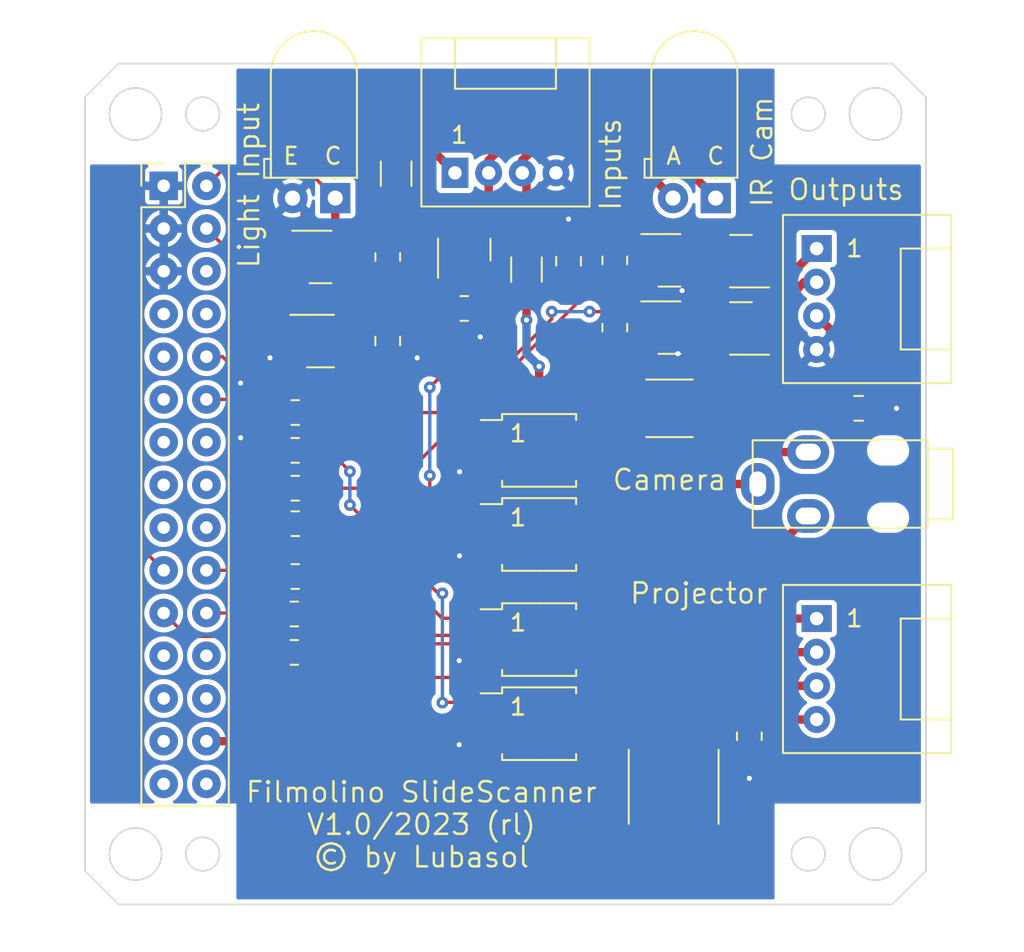
<source format=kicad_pcb>
(kicad_pcb (version 20211014) (generator pcbnew)
  (layers (0 "F.Cu" signal) (31 "B.Cu" signal) (34 "B.Paste" user) (35 "F.Paste" user) (36 "B.SilkS" user "B.Silkscreen") (37 "F.SilkS" user "F.Silkscreen") (38 "B.Mask" user) (39 "F.Mask" user) (44 "Edge.Cuts" user))
  (net 0 "")
  (net 1 "+5V")
  (net 2 "GND")
  (net 3 "+3V3")
  (net 4 "Net-(D3-Pad1)")
  (net 5 "Net-(D3-Pad2)")
  (net 7 "/OPTO_ADC")
  (net 8 "Net-(F2-Pad1)")
  (net 9 "Net-(F2-Pad2)")
  (net 10 "Net-(J1-Pad1)")
  (net 11 "Net-(J1-Pad2)")
  (net 12 "Net-(J1-Pad4)")
  (net 18 "Net-(D1-Pad1)")
  (net 24 "Net-(D2-Pad1)")
  (net 25 "/SLIDE_LAST_K1")
  (net 26 "/OPTO_IO")
  (net 27 "/CAM_IR")
  (net 31 "/SLIDE_NEXT_K2")
  (net 37 "Net-(J4-PadR)")
  (net 38 "Net-(J4-PadS)")
  (net 39 "Net-(J4-PadT)")
  (net 40 "Net-(Q1-Pad1)")
  (net 41 "Net-(Q2-Pad1)")
  (net 42 "Net-(Q3-Pad1)")
  (net 43 "Net-(J5-Pad1)")
  (net 44 "Net-(R1-Pad2)")
  (net 45 "Net-(R3-Pad2)")
  (net 46 "/CAM_FOCUS")
  (net 47 "Net-(R6-Pad2)")
  (net 48 "/CAM_SHUTTER")
  (net 49 "Net-(R7-Pad2)")
  (net 53 "Net-(C1-Pad1)")
  (footprint "Package_TO_SOT_SMD:SOT-23" (layer "F.Cu") (at 112.55 101.0625 90)
    (fp_text reference "Q3")
    (fp_text value "BSS138")
    (pad "1" smd roundrect (at -0.9375 -0.95 90) (size 1.475 0.6) (layers "F.Cu" "F.Paste" "F.Mask") (net 42 "Net-(Q3-Pad1)"))
    (pad "2" smd roundrect (at -0.9375 0.95 90) (size 1.475 0.6) (layers "F.Cu" "F.Paste" "F.Mask") (net 2 "GND"))
    (pad "3" smd roundrect (at 0.9375 0 90) (size 1.475 0.6) (layers "F.Cu" "F.Paste" "F.Mask") (net 4 "Net-(D3-Pad1)"))
  )
  (footprint "Package_TO_SOT_SMD:SOT-23" (layer "F.Cu") (at 129 101.75 180)
    (fp_text reference "D1")
    (fp_text value "BAS21")
    (pad "1" smd roundrect (at -0.9375 -0.95 180) (size 1.475 0.6) (layers "F.Cu" "F.Paste" "F.Mask") (net 18 "Net-(D1-Pad1)"))
    (pad "2" smd roundrect (at -0.9375 0.95 180) (size 1.475 0.6) (layers "F.Cu" "F.Paste" "F.Mask"))
    (pad "3" smd roundrect (at 0.9375 0 180) (size 1.475 0.6) (layers "F.Cu" "F.Paste" "F.Mask") (net 1 "+5V"))
  )
  (footprint "Lubasol:SOP-4_4.4x4.3mm_P2.54mm" (layer "F.Cu") (at 117 113)
    (fp_text reference "U3")
    (fp_text value "AQY212SX (550mA)")
    (pad "1" smd roundrect (at -3 -1.27) (size 1.45 0.8) (layers "F.Cu" "F.Paste" "F.Mask") (net 47 "Net-(R6-Pad2)"))
    (pad "2" smd roundrect (at -3 1.27) (size 1.45 0.8) (layers "F.Cu" "F.Paste" "F.Mask") (net 2 "GND"))
    (pad "3" smd roundrect (at 3 1.27) (size 1.45 0.8) (layers "F.Cu" "F.Paste" "F.Mask") (net 37 "Net-(J4-PadR)"))
    (pad "4" smd roundrect (at 3 -1.27) (size 1.45 0.8) (layers "F.Cu" "F.Paste" "F.Mask") (net 38 "Net-(J4-PadS)"))
  )
  (footprint "Lubasol:SOP-4_4.4x4.3mm_P2.54mm" (layer "F.Cu") (at 117 129.25)
    (fp_text reference "U2")
    (fp_text value "AQY212GSZ")
    (pad "1" smd roundrect (at -3 -1.27) (size 1.45 0.8) (layers "F.Cu" "F.Paste" "F.Mask") (net 45 "Net-(R3-Pad2)"))
    (pad "2" smd roundrect (at -3 1.27) (size 1.45 0.8) (layers "F.Cu" "F.Paste" "F.Mask") (net 2 "GND"))
    (pad "3" smd roundrect (at 3 1.27) (size 1.45 0.8) (layers "F.Cu" "F.Paste" "F.Mask") (net 8 "Net-(F2-Pad1)"))
    (pad "4" smd roundrect (at 3 -1.27) (size 1.45 0.8) (layers "F.Cu" "F.Paste" "F.Mask") (net 11 "Net-(J1-Pad2)"))
  )
  (footprint "Resistor_SMD:R_0805_2012Metric_Pad1.20x1.40mm_HandSolder" (layer "F.Cu") (at 121.5 105.7 -90)
    (fp_text reference "R9")
    (fp_text value "1M")
    (pad "1" smd roundrect (at -1 0 270) (size 1.2 1.4) (layers "F.Cu" "F.Paste" "F.Mask") (roundrect_rratio 0.208333) (net 41 "Net-(Q2-Pad1)"))
    (pad "2" smd roundrect (at 1 0 270) (size 1.2 1.4) (layers "F.Cu" "F.Paste" "F.Mask") (roundrect_rratio 0.208333) (net 2 "GND"))
  )
  (footprint "Lubasol:SOP-4_4.4x4.3mm_P2.54mm" (layer "F.Cu") (at 117 124.25)
    (fp_text reference "U1")
    (fp_text value "AQY212GSZ")
    (pad "1" smd roundrect (at -3 -1.27) (size 1.45 0.8) (layers "F.Cu" "F.Paste" "F.Mask") (net 44 "Net-(R1-Pad2)"))
    (pad "2" smd roundrect (at -3 1.27) (size 1.45 0.8) (layers "F.Cu" "F.Paste" "F.Mask") (net 2 "GND"))
    (pad "3" smd roundrect (at 3 1.27) (size 1.45 0.8) (layers "F.Cu" "F.Paste" "F.Mask") (net 8 "Net-(F2-Pad1)"))
    (pad "4" smd roundrect (at 3 -1.27) (size 1.45 0.8) (layers "F.Cu" "F.Paste" "F.Mask") (net 10 "Net-(J1-Pad1)"))
  )
  (footprint "Lubasol:BelFuse_0ZCG_Metric_Pad1.78x3.50mm" (layer "F.Cu") (at 124.75 110.5 180)
    (fp_text reference "F1")
    (fp_text value "0ZCG0020AF2C")
    (pad "1" smd roundrect (at -2.615 0 180) (size 1.78 3.5) (layers "F.Cu" "F.Paste" "F.Mask") (roundrect_rratio 0.192308) (net 53 "Net-(C1-Pad1)"))
    (pad "2" smd roundrect (at 2.615 0 180) (size 1.78 3.5) (layers "F.Cu" "F.Paste" "F.Mask") (roundrect_rratio 0.192308) (net 1 "+5V"))
  )
  (footprint "Resistor_SMD:R_0805_2012Metric_Pad1.20x1.40mm_HandSolder" (layer "F.Cu") (at 108 101.5 90)
    (fp_text reference "R12")
    (fp_text value "R")
    (pad "1" smd roundrect (at -1 0 90) (size 1.2 1.4) (layers "F.Cu" "F.Paste" "F.Mask") (roundrect_rratio 0.208333) (net 3 "+3V3"))
    (pad "2" smd roundrect (at 1 0 90) (size 1.2 1.4) (layers "F.Cu" "F.Paste" "F.Mask") (roundrect_rratio 0.208333) (net 7 "/OPTO_ADC"))
  )
  (footprint "Lubasol:Jack_2.5mm_Lumberg_1501_04" (layer "F.Cu") (at 140 115 -90)
    (fp_text reference "J4")
    (fp_text value "AudioJack3")
    (pad "" np_thru_hole oval (at -2 2.25 180) (size 1.9 1.2) (drill oval 1.9 1.2) (layers *.Cu *.Mask))
    (pad "" np_thru_hole oval (at 2 2.25 180) (size 1.9 1.2) (drill oval 1.9 1.2) (layers *.Cu *.Mask))
    (pad "R" thru_hole oval (at -1.9 7 180) (size 2.5 2) (drill oval 1.5 1) (layers *.Cu *.Mask) (net 37 "Net-(J4-PadR)"))
    (pad "S" thru_hole oval (at 0 10 270) (size 2.5 2) (drill oval 1.5 1) (layers *.Cu *.Mask) (net 38 "Net-(J4-PadS)"))
    (pad "T" thru_hole oval (at 1.9 7 180) (size 2.5 2) (drill oval 1.5 1) (layers *.Cu *.Mask) (net 39 "Net-(J4-PadT)"))
  )
  (footprint "Resistor_SMD:R_0805_2012Metric_Pad1.20x1.40mm_HandSolder" (layer "F.Cu") (at 121.5 101.7 -90)
    (fp_text reference "R5")
    (fp_text value "1M")
    (pad "1" smd roundrect (at -1 0 270) (size 1.2 1.4) (layers "F.Cu" "F.Paste" "F.Mask") (roundrect_rratio 0.208333) (net 40 "Net-(Q1-Pad1)"))
    (pad "2" smd roundrect (at 1 0 270) (size 1.2 1.4) (layers "F.Cu" "F.Paste" "F.Mask") (roundrect_rratio 0.208333) (net 2 "GND"))
  )
  (footprint "Package_TO_SOT_SMD:SOT-23" (layer "F.Cu") (at 104 101.5)
    (fp_text reference "D4")
    (fp_text value "BZX84C3V6")
    (pad "1" smd roundrect (at -0.9375 -0.95) (size 1.475 0.6) (layers "F.Cu" "F.Paste" "F.Mask") (net 2 "GND"))
    (pad "2" smd roundrect (at -0.9375 0.95) (size 1.475 0.6) (layers "F.Cu" "F.Paste" "F.Mask"))
    (pad "3" smd roundrect (at 0.9375 0) (size 1.475 0.6) (layers "F.Cu" "F.Paste" "F.Mask") (net 7 "/OPTO_ADC"))
  )
  (footprint "Package_TO_SOT_SMD:SOT-23" (layer "F.Cu") (at 129 105.75 180)
    (fp_text reference "D2")
    (fp_text value "BAS21")
    (pad "1" smd roundrect (at -0.9375 -0.95 180) (size 1.475 0.6) (layers "F.Cu" "F.Paste" "F.Mask") (net 24 "Net-(D2-Pad1)"))
    (pad "2" smd roundrect (at -0.9375 0.95 180) (size 1.475 0.6) (layers "F.Cu" "F.Paste" "F.Mask"))
    (pad "3" smd roundrect (at 0.9375 0 180) (size 1.475 0.6) (layers "F.Cu" "F.Paste" "F.Mask") (net 1 "+5V"))
  )
  (footprint "Lubasol:Grove_Con_1x04_2mm_horizontal" (layer "F.Cu") (at 133.5 104 90)
    (fp_text reference "J2")
    (fp_text value "Grove 90°")
    (pad "1" thru_hole rect (at 3 0 90) (size 1.6 1.8) (drill 0.8) (layers *.Cu *.Mask) (net 18 "Net-(D1-Pad1)"))
    (pad "2" thru_hole circle (at 1 0 90) (size 1.6 1.6) (drill 0.8) (layers *.Cu *.Mask) (net 24 "Net-(D2-Pad1)"))
    (pad "3" thru_hole circle (at -1 0 90) (size 1.6 1.6) (drill 0.8) (layers *.Cu *.Mask) (net 53 "Net-(C1-Pad1)"))
    (pad "4" thru_hole circle (at -3 0 90) (size 1.6 1.6) (drill 0.8) (layers *.Cu *.Mask) (net 2 "GND"))
  )
  (footprint "Lubasol:PinHeader_2x15_P2.54mm_Holes0.75mm_Vertical" (layer "F.Cu") (at 94.68 97.27)
    (fp_text reference "J3")
    (fp_text value "Conn_02x15_Odd_Even")
    (pad "1" thru_hole rect locked (at 0 0) (size 1.7 1.7) (drill 0.75) (layers *.Cu *.Mask) (net 2 "GND"))
    (pad "2" thru_hole oval locked (at 2.54 0) (size 1.7 1.7) (drill 0.75) (layers *.Cu *.Mask) (net 7 "/OPTO_ADC"))
    (pad "3" thru_hole oval locked (at 0 2.54) (size 1.7 1.7) (drill 0.75) (layers *.Cu *.Mask) (net 2 "GND"))
    (pad "4" thru_hole oval locked (at 2.54 2.54) (size 1.7 1.7) (drill 0.75) (layers *.Cu *.Mask) (net 26 "/OPTO_IO"))
    (pad "5" thru_hole oval locked (at 0 5.08) (size 1.7 1.7) (drill 0.75) (layers *.Cu *.Mask) (net 2 "GND"))
    (pad "6" thru_hole oval locked (at 2.54 5.08) (size 1.7 1.7) (drill 0.75) (layers *.Cu *.Mask))
    (pad "7" thru_hole oval locked (at 0 7.62) (size 1.7 1.7) (drill 0.75) (layers *.Cu *.Mask))
    (pad "8" thru_hole oval locked (at 2.54 7.62) (size 1.7 1.7) (drill 0.75) (layers *.Cu *.Mask))
    (pad "9" thru_hole oval locked (at 0 10.16) (size 1.7 1.7) (drill 0.75) (layers *.Cu *.Mask))
    (pad "10" thru_hole oval locked (at 2.54 10.16) (size 1.7 1.7) (drill 0.75) (layers *.Cu *.Mask) (net 25 "/SLIDE_LAST_K1"))
    (pad "11" thru_hole oval locked (at 0 12.7) (size 1.7 1.7) (drill 0.75) (layers *.Cu *.Mask))
    (pad "12" thru_hole oval locked (at 2.54 12.7) (size 1.7 1.7) (drill 0.75) (layers *.Cu *.Mask) (net 3 "+3V3"))
    (pad "13" thru_hole oval locked (at 0 15.24) (size 1.7 1.7) (drill 0.75) (layers *.Cu *.Mask))
    (pad "14" thru_hole oval locked (at 2.54 15.24) (size 1.7 1.7) (drill 0.75) (layers *.Cu *.Mask))
    (pad "15" thru_hole oval locked (at 0 17.78) (size 1.7 1.7) (drill 0.75) (layers *.Cu *.Mask))
    (pad "16" thru_hole oval locked (at 2.54 17.78) (size 1.7 1.7) (drill 0.75) (layers *.Cu *.Mask))
    (pad "17" thru_hole oval locked (at 0 20.32) (size 1.7 1.7) (drill 0.75) (layers *.Cu *.Mask))
    (pad "18" thru_hole oval locked (at 2.54 20.32) (size 1.7 1.7) (drill 0.75) (layers *.Cu *.Mask))
    (pad "19" thru_hole oval locked (at 0 22.86) (size 1.7 1.7) (drill 0.75) (layers *.Cu *.Mask) (net 31 "/SLIDE_NEXT_K2"))
    (pad "20" thru_hole oval locked (at 2.54 22.86) (size 1.7 1.7) (drill 0.75) (layers *.Cu *.Mask) (net 27 "/CAM_IR"))
    (pad "21" thru_hole oval locked (at 0 25.4) (size 1.7 1.7) (drill 0.75) (layers *.Cu *.Mask) (net 48 "/CAM_SHUTTER"))
    (pad "22" thru_hole oval locked (at 2.54 25.4) (size 1.7 1.7) (drill 0.75) (layers *.Cu *.Mask) (net 46 "/CAM_FOCUS"))
    (pad "23" thru_hole oval locked (at 0 27.94) (size 1.7 1.7) (drill 0.75) (layers *.Cu *.Mask))
    (pad "24" thru_hole oval locked (at 2.54 27.94) (size 1.7 1.7) (drill 0.75) (layers *.Cu *.Mask))
    (pad "25" thru_hole oval locked (at 0 30.48) (size 1.7 1.7) (drill 0.75) (layers *.Cu *.Mask))
    (pad "26" thru_hole oval locked (at 2.54 30.48) (size 1.7 1.7) (drill 0.75) (layers *.Cu *.Mask))
    (pad "27" thru_hole oval locked (at 0 33.02) (size 1.7 1.7) (drill 0.75) (layers *.Cu *.Mask))
    (pad "28" thru_hole oval locked (at 2.54 33.02) (size 1.7 1.7) (drill 0.75) (layers *.Cu *.Mask) (net 1 "+5V"))
    (pad "29" thru_hole oval locked (at 0 35.56) (size 1.7 1.7) (drill 0.75) (layers *.Cu *.Mask))
    (pad "30" thru_hole oval locked (at 2.54 35.56) (size 1.7 1.7) (drill 0.75) (layers *.Cu *.Mask))
  )
  (footprint "Package_TO_SOT_SMD:SOT-23-5" (layer "F.Cu") (at 104 106.5)
    (fp_text reference "U5")
    (fp_text value "SN74LVC1G14DBV")
    (pad "1" smd roundrect (at -1.1375 -0.95) (size 1.325 0.6) (layers "F.Cu" "F.Paste" "F.Mask"))
    (pad "2" smd roundrect (at -1.1375 0) (size 1.325 0.6) (layers "F.Cu" "F.Paste" "F.Mask") (net 7 "/OPTO_ADC"))
    (pad "3" smd roundrect (at -1.1375 0.95) (size 1.325 0.6) (layers "F.Cu" "F.Paste" "F.Mask") (net 2 "GND"))
    (pad "4" smd roundrect (at 1.1375 0.95) (size 1.325 0.6) (layers "F.Cu" "F.Paste" "F.Mask") (net 26 "/OPTO_IO"))
    (pad "5" smd roundrect (at 1.1375 -0.95) (size 1.325 0.6) (layers "F.Cu" "F.Paste" "F.Mask") (net 3 "+3V3"))
  )
  (footprint "Lubasol:Grove_Con_1x04_2mm_horizontal" (layer "F.Cu") (at 133.5 126 90)
    (fp_text reference "J1")
    (fp_text value "Grove 90°")
    (pad "1" thru_hole rect (at 3 0 90) (size 1.6 1.8) (drill 0.8) (layers *.Cu *.Mask) (net 10 "Net-(J1-Pad1)"))
    (pad "2" thru_hole circle (at 1 0 90) (size 1.6 1.6) (drill 0.8) (layers *.Cu *.Mask) (net 11 "Net-(J1-Pad2)"))
    (pad "3" thru_hole circle (at -1 0 90) (size 1.6 1.6) (drill 0.8) (layers *.Cu *.Mask) (net 9 "Net-(F2-Pad2)"))
    (pad "4" thru_hole circle (at -3 0 90) (size 1.6 1.6) (drill 0.8) (layers *.Cu *.Mask) (net 12 "Net-(J1-Pad4)"))
  )
  (footprint "Lubasol:Grove_Con_1x04_2mm_horizontal" (layer "F.Cu") (at 115 96.5 180)
    (fp_text reference "J5")
    (fp_text value "Grove 90°")
    (pad "1" thru_hole rect (at 3 0 180) (size 1.6 1.8) (drill 0.8) (layers *.Cu *.Mask) (net 43 "Net-(J5-Pad1)"))
    (pad "2" thru_hole circle (at 1 0 180) (size 1.6 1.6) (drill 0.8) (layers *.Cu *.Mask) (net 4 "Net-(D3-Pad1)"))
    (pad "3" thru_hole circle (at -1 0 180) (size 1.6 1.6) (drill 0.8) (layers *.Cu *.Mask) (net 5 "Net-(D3-Pad2)"))
    (pad "4" thru_hole circle (at -3 0 180) (size 1.6 1.6) (drill 0.8) (layers *.Cu *.Mask) (net 2 "GND"))
  )
  (footprint "Resistor_SMD:R_0805_2012Metric_Pad1.20x1.40mm_HandSolder" (layer "F.Cu") (at 102.5 115.25)
    (fp_text reference "R4")
    (fp_text value "10k")
    (pad "1" smd roundrect (at -1 0) (size 1.2 1.4) (layers "F.Cu" "F.Paste" "F.Mask") (roundrect_rratio 0.208333) (net 25 "/SLIDE_LAST_K1"))
    (pad "2" smd roundrect (at 1 0) (size 1.2 1.4) (layers "F.Cu" "F.Paste" "F.Mask") (roundrect_rratio 0.208333) (net 40 "Net-(Q1-Pad1)"))
  )
  (footprint "Resistor_SMD:R_0805_2012Metric_Pad1.20x1.40mm_HandSolder" (layer "F.Cu") (at 102.5 120.5)
    (fp_text reference "R11")
    (fp_text value "10k")
    (pad "1" smd roundrect (at -1 0) (size 1.2 1.4) (layers "F.Cu" "F.Paste" "F.Mask") (roundrect_rratio 0.208333) (net 27 "/CAM_IR"))
    (pad "2" smd roundrect (at 1 0) (size 1.2 1.4) (layers "F.Cu" "F.Paste" "F.Mask") (roundrect_rratio 0.208333) (net 42 "Net-(Q3-Pad1)"))
  )
  (footprint "Capacitor_SMD:C_0805_2012Metric_Pad1.18x1.45mm_HandSolder" (layer "F.Cu") (at 118.75 101.75 90)
    (fp_text reference "C2")
    (fp_text value "10u/10V")
    (pad "1" smd roundrect (at -1.0375 0 90) (size 1.175 1.45) (layers "F.Cu" "F.Paste" "F.Mask") (roundrect_rratio 0.212766) (net 1 "+5V"))
    (pad "2" smd roundrect (at 1.0375 0 90) (size 1.175 1.45) (layers "F.Cu" "F.Paste" "F.Mask") (roundrect_rratio 0.212766) (net 2 "GND"))
  )
  (footprint "LED_THT:LED_D5.0mm_Horizontal_O1.27mm_Z3.0mm" (layer "F.Cu") (at 127.5 98 180)
    (fp_text reference "D3")
    (fp_text value "SFH4544")
    (pad "1" thru_hole rect (at 0 0 180) (size 1.8 1.8) (drill 0.9) (layers *.Cu *.Mask) (net 4 "Net-(D3-Pad1)"))
    (pad "2" thru_hole circle (at 2.54 0 180) (size 1.8 1.8) (drill 0.9) (layers *.Cu *.Mask) (net 5 "Net-(D3-Pad2)"))
  )
  (footprint "Resistor_SMD:R_0805_2012Metric_Pad1.20x1.40mm_HandSolder" (layer "F.Cu") (at 102.5 110.75)
    (fp_text reference "R8")
    (fp_text value "10k")
    (pad "1" smd roundrect (at -1 0) (size 1.2 1.4) (layers "F.Cu" "F.Paste" "F.Mask") (roundrect_rratio 0.208333) (net 31 "/SLIDE_NEXT_K2"))
    (pad "2" smd roundrect (at 1 0) (size 1.2 1.4) (layers "F.Cu" "F.Paste" "F.Mask") (roundrect_rratio 0.208333) (net 41 "Net-(Q2-Pad1)"))
  )
  (footprint "Lubasol:BelFuse_0ZCF_Metric_Pad2.30x5.60mm" (layer "F.Cu") (at 125 133 90)
    (fp_text reference "F2")
    (fp_text value "0ZCF0075AF2C")
    (pad "1" smd roundrect (at -3.7 0 90) (size 2.3 5.6) (layers "F.Cu" "F.Paste" "F.Mask") (roundrect_rratio 0.12987) (net 8 "Net-(F2-Pad1)"))
    (pad "2" smd roundrect (at 3.7 0 90) (size 2.3 5.6) (layers "F.Cu" "F.Paste" "F.Mask") (roundrect_rratio 0.12987) (net 9 "Net-(F2-Pad2)"))
  )
  (footprint "Resistor_SMD:R_0805_2012Metric_Pad1.20x1.40mm_HandSolder" (layer "F.Cu") (at 102.5 117.358)
    (fp_text reference "R1")
    (fp_text value "180R")
    (pad "1" smd roundrect (at -1 0) (size 1.2 1.4) (layers "F.Cu" "F.Paste" "F.Mask") (roundrect_rratio 0.208333) (net 25 "/SLIDE_LAST_K1"))
    (pad "2" smd roundrect (at 1 0) (size 1.2 1.4) (layers "F.Cu" "F.Paste" "F.Mask") (roundrect_rratio 0.208333) (net 44 "Net-(R1-Pad2)"))
  )
  (footprint "Resistor_SMD:R_0805_2012Metric_Pad1.20x1.40mm_HandSolder" (layer "F.Cu") (at 129.5 130 -90)
    (fp_text reference "R2")
    (fp_text value "0R")
    (pad "1" smd roundrect (at -1 0 270) (size 1.2 1.4) (layers "F.Cu" "F.Paste" "F.Mask") (roundrect_rratio 0.208333) (net 12 "Net-(J1-Pad4)"))
    (pad "2" smd roundrect (at 1 0 270) (size 1.2 1.4) (layers "F.Cu" "F.Paste" "F.Mask") (roundrect_rratio 0.208333) (net 2 "GND"))
  )
  (footprint "LED_THT:LED_D5.0mm_Horizontal_O1.27mm_Z3.0mm" (layer "F.Cu") (at 104.88 98 180)
    (fp_text reference "Q4")
    (fp_text value "BP103B")
    (pad "1" thru_hole rect (at 0 0 180) (size 1.8 1.8) (drill 0.9) (layers *.Cu *.Mask) (net 7 "/OPTO_ADC"))
    (pad "2" thru_hole circle (at 2.54 0 180) (size 1.8 1.8) (drill 0.9) (layers *.Cu *.Mask) (net 2 "GND"))
  )
  (footprint "Resistor_SMD:R_0805_2012Metric_Pad1.20x1.40mm_HandSolder" (layer "F.Cu") (at 102.446 125.014)
    (fp_text reference "R7")
    (fp_text value "180R")
    (pad "1" smd roundrect (at -1 0) (size 1.2 1.4) (layers "F.Cu" "F.Paste" "F.Mask") (roundrect_rratio 0.208333) (net 48 "/CAM_SHUTTER"))
    (pad "2" smd roundrect (at 1 0) (size 1.2 1.4) (layers "F.Cu" "F.Paste" "F.Mask") (roundrect_rratio 0.208333) (net 49 "Net-(R7-Pad2)"))
  )
  (footprint "Resistor_SMD:R_0805_2012Metric_Pad1.20x1.40mm_HandSolder" (layer "F.Cu") (at 102.5 113)
    (fp_text reference "R3")
    (fp_text value "180R")
    (pad "1" smd roundrect (at -1 0) (size 1.2 1.4) (layers "F.Cu" "F.Paste" "F.Mask") (roundrect_rratio 0.208333) (net 31 "/SLIDE_NEXT_K2"))
    (pad "2" smd roundrect (at 1 0) (size 1.2 1.4) (layers "F.Cu" "F.Paste" "F.Mask") (roundrect_rratio 0.208333) (net 45 "Net-(R3-Pad2)"))
  )
  (footprint "Resistor_SMD:R_0805_2012Metric_Pad1.20x1.40mm_HandSolder" (layer "F.Cu") (at 112.55 104.5625)
    (fp_text reference "R13")
    (fp_text value "1M")
    (pad "1" smd roundrect (at -1 0) (size 1.2 1.4) (layers "F.Cu" "F.Paste" "F.Mask") (roundrect_rratio 0.208333) (net 42 "Net-(Q3-Pad1)"))
    (pad "2" smd roundrect (at 1 0) (size 1.2 1.4) (layers "F.Cu" "F.Paste" "F.Mask") (roundrect_rratio 0.208333) (net 2 "GND"))
  )
  (footprint "Package_TO_SOT_SMD:SOT-23" (layer "F.Cu") (at 124.75 101.7)
    (fp_text reference "Q1")
    (fp_text value "BSS138")
    (pad "1" smd roundrect (at -0.9375 -0.95) (size 1.475 0.6) (layers "F.Cu" "F.Paste" "F.Mask") (net 40 "Net-(Q1-Pad1)"))
    (pad "2" smd roundrect (at -0.9375 0.95) (size 1.475 0.6) (layers "F.Cu" "F.Paste" "F.Mask") (net 2 "GND"))
    (pad "3" smd roundrect (at 0.9375 0) (size 1.475 0.6) (layers "F.Cu" "F.Paste" "F.Mask") (net 18 "Net-(D1-Pad1)"))
  )
  (footprint "Capacitor_SMD:C_0805_2012Metric_Pad1.18x1.45mm_HandSolder" (layer "F.Cu") (at 108 106.5 -90)
    (fp_text reference "C3")
    (fp_text value "100n/50V")
    (pad "1" smd roundrect (at -1.0375 0 270) (size 1.175 1.45) (layers "F.Cu" "F.Paste" "F.Mask") (roundrect_rratio 0.212766) (net 3 "+3V3"))
    (pad "2" smd roundrect (at 1.0375 0 270) (size 1.175 1.45) (layers "F.Cu" "F.Paste" "F.Mask") (roundrect_rratio 0.212766) (net 2 "GND"))
  )
  (footprint "Package_TO_SOT_SMD:SOT-23" (layer "F.Cu") (at 124.75 105.7)
    (fp_text reference "Q2")
    (fp_text value "BSS138")
    (pad "1" smd roundrect (at -0.9375 -0.95) (size 1.475 0.6) (layers "F.Cu" "F.Paste" "F.Mask") (net 41 "Net-(Q2-Pad1)"))
    (pad "2" smd roundrect (at -0.9375 0.95) (size 1.475 0.6) (layers "F.Cu" "F.Paste" "F.Mask") (net 2 "GND"))
    (pad "3" smd roundrect (at 0.9375 0) (size 1.475 0.6) (layers "F.Cu" "F.Paste" "F.Mask") (net 24 "Net-(D2-Pad1)"))
  )
  (footprint "Resistor_SMD:R_0805_2012Metric_Pad1.20x1.40mm_HandSolder" (layer "F.Cu") (at 102.446 122.728)
    (fp_text reference "R6")
    (fp_text value "180R")
    (pad "1" smd roundrect (at -1 0) (size 1.2 1.4) (layers "F.Cu" "F.Paste" "F.Mask") (roundrect_rratio 0.208333) (net 46 "/CAM_FOCUS"))
    (pad "2" smd roundrect (at 1 0) (size 1.2 1.4) (layers "F.Cu" "F.Paste" "F.Mask") (roundrect_rratio 0.208333) (net 47 "Net-(R6-Pad2)"))
  )
  (footprint "Lubasol:SOP-4_4.4x4.3mm_P2.54mm" (layer "F.Cu") (at 117 118)
    (fp_text reference "U4")
    (fp_text value "AQY212SX (550mA)")
    (pad "1" smd roundrect (at -3 -1.27) (size 1.45 0.8) (layers "F.Cu" "F.Paste" "F.Mask") (net 49 "Net-(R7-Pad2)"))
    (pad "2" smd roundrect (at -3 1.27) (size 1.45 0.8) (layers "F.Cu" "F.Paste" "F.Mask") (net 2 "GND"))
    (pad "3" smd roundrect (at 3 1.27) (size 1.45 0.8) (layers "F.Cu" "F.Paste" "F.Mask") (net 39 "Net-(J4-PadT)"))
    (pad "4" smd roundrect (at 3 -1.27) (size 1.45 0.8) (layers "F.Cu" "F.Paste" "F.Mask") (net 38 "Net-(J4-PadS)"))
  )
  (footprint "Resistor_SMD:R_1206_3216Metric_Pad1.30x1.75mm_HandSolder" (layer "F.Cu") (at 108.5 96.55 90)
    (fp_text reference "R14")
    (fp_text value "1k")
    (pad "1" smd roundrect (at -1.55 0 90) (size 1.3 1.75) (layers "F.Cu" "F.Paste" "F.Mask") (roundrect_rratio 0.192308) (net 7 "/OPTO_ADC"))
    (pad "2" smd roundrect (at 1.55 0 90) (size 1.3 1.75) (layers "F.Cu" "F.Paste" "F.Mask") (roundrect_rratio 0.192308) (net 43 "Net-(J5-Pad1)"))
  )
  (footprint "Resistor_SMD:R_1206_3216Metric_Pad1.30x1.75mm_HandSolder" (layer "F.Cu") (at 116.25 102.25 90)
    (fp_text reference "R10")
    (fp_text value "39R")
    (pad "1" smd roundrect (at -1.55 0 90) (size 1.3 1.75) (layers "F.Cu" "F.Paste" "F.Mask") (roundrect_rratio 0.192308) (net 1 "+5V"))
    (pad "2" smd roundrect (at 1.55 0 90) (size 1.3 1.75) (layers "F.Cu" "F.Paste" "F.Mask") (roundrect_rratio 0.192308) (net 5 "Net-(D3-Pad2)"))
  )
  (footprint "Capacitor_SMD:C_0805_2012Metric_Pad1.18x1.45mm_HandSolder" (layer "F.Cu") (at 136 110.5)
    (fp_text reference "C1")
    (fp_text value "10u/10V")
    (pad "1" smd roundrect (at -1.0375 0) (size 1.175 1.45) (layers "F.Cu" "F.Paste" "F.Mask") (roundrect_rratio 0.212766) (net 53 "Net-(C1-Pad1)"))
    (pad "2" smd roundrect (at 1.0375 0) (size 1.175 1.45) (layers "F.Cu" "F.Paste" "F.Mask") (roundrect_rratio 0.212766) (net 2 "GND"))
  )
  (gr_circle locked (center 93 93) (end 94.55 93) (layer "Edge.Cuts") (width 0.1) (fill none))
  (gr_circle locked (center 133 137) (end 134 137) (layer "Edge.Cuts") (width 0.1) (fill none))
  (gr_circle locked (center 97 93) (end 98 93) (layer "Edge.Cuts") (width 0.1) (fill none))
  (gr_circle locked (center 137 137) (end 138.55 137) (layer "Edge.Cuts") (width 0.1) (fill none))
  (gr_circle locked (center 137 93) (end 138.55 93) (layer "Edge.Cuts") (width 0.1) (fill none))
  (gr_line (start 90 138) (end 92 140) (layer "Edge.Cuts") (width 0.1))
  (gr_line (start 92 140) (end 138 140) (layer "Edge.Cuts") (width 0.1))
  (gr_circle locked (center 97 137) (end 98 137) (layer "Edge.Cuts") (width 0.1) (fill none))
  (gr_line (start 140 138) (end 140 92) (layer "Edge.Cuts") (width 0.1))
  (gr_line (start 140 92) (end 138 90) (layer "Edge.Cuts") (width 0.1))
  (gr_circle locked (center 93 137) (end 94.55 137) (layer "Edge.Cuts") (width 0.1) (fill none))
  (gr_line (start 138 90) (end 92 90) (layer "Edge.Cuts") (width 0.1))
  (gr_circle locked (center 133 93) (end 134 93) (layer "Edge.Cuts") (width 0.1) (fill none))
  (gr_line (start 90 92) (end 90 138) (layer "Edge.Cuts") (width 0.1))
  (gr_line (start 138 140) (end 140 138) (layer "Edge.Cuts") (width 0.1))
  (gr_line (start 92 90) (end 90 92) (layer "Edge.Cuts") (width 0.1))
  (gr_text "1" (at 115.75 112) (layer "F.SilkS") (effects (font (size 1 1))))
  (gr_text "Inputs" (at 121.25 96 90) (layer "F.SilkS") (effects (font (size 1.2 1.2))))
  (gr_text "IR Cam" (at 130.25 95.25 90) (layer "F.SilkS") (effects (font (size 1.2 1.2))))
  (gr_text "1" (at 115.75 117) (layer "F.SilkS") (effects (font (size 1 1))))
  (gr_text "1" (at 135.75 101) (layer "F.SilkS") (effects (font (size 1 1))))
  (gr_text "Light Input" (at 99.75 97.25 90) (layer "F.SilkS") (effects (font (size 1.2 1.2))))
  (gr_text "Filmolino SlideScanner\nV1.0/2023 (rl)\n© by Lubasol" (at 110 135.25) (layer "F.SilkS") (effects (font (size 1.2 1.2))))
  (gr_text "Projector" (at 126.5 121.5) (layer "F.SilkS") (effects (font (size 1.2 1.2))))
  (gr_text "C" (at 127.5 95.5) (layer "F.SilkS") (effects (font (size 1 1))))
  (gr_text "E" (at 102.25 95.5) (layer "F.SilkS") (effects (font (size 1 1))))
  (gr_text "1" (at 112.25 94.25) (layer "F.SilkS") (effects (font (size 1 1))))
  (gr_text "1" (at 135.75 123) (layer "F.SilkS") (effects (font (size 1 1))))
  (gr_text "1" (at 115.75 128.25) (layer "F.SilkS") (effects (font (size 1 1))))
  (gr_text "Camera" (at 124.75 114.75) (layer "F.SilkS") (effects (font (size 1.2 1.2))))
  (gr_text "A" (at 125 95.5) (layer "F.SilkS") (effects (font (size 1 1))))
  (gr_text "C" (at 104.75 95.5) (layer "F.SilkS") (effects (font (size 1 1))))
  (gr_text "Outputs" (at 135.25 97.5) (layer "F.SilkS") (effects (font (size 1.2 1.2))))
  (gr_text "1" (at 115.75 123.25) (layer "F.SilkS") (effects (font (size 1 1))))
  (segment (start 117 110.5) (end 117 108) (width 0.5) (layer "F.Cu") (net 1))
  (segment (start 125.75 100.75) (end 127.75 100.75) (width 0.2) (layer "F.Cu") (net 1))
  (segment (start 116.25 103.8) (end 116.25 103.25) (width 0.5) (layer "F.Cu") (net 1))
  (segment (start 117 127.5) (end 117 110.5) (width 0.5) (layer "F.Cu") (net 1))
  (segment (start 127.75 100.75) (end 128.0625 101.0625) (width 0.2) (layer "F.Cu") (net 1))
  (segment (start 117.5375 98.9625) (end 118 98.5) (width 0.2) (layer "F.Cu") (net 1))
  (segment (start 116.7125 102.7875) (end 117.5375 102.7875) (width 0.5) (layer "F.Cu") (net 1))
  (segment (start 123.75 110.5) (end 127.25 107) (width 0.5) (layer "F.Cu") (net 1))
  (segment (start 116.25 103.8) (end 116.25 105.25) (width 0.5) (layer "F.Cu") (net 1))
  (segment (start 108.04 130.29) (end 109.08 129.25) (width 0.5) (layer "F.Cu") (net 1))
  (segment (start 127.25 107) (end 127.5 107) (width 0.5) (layer "F.Cu") (net 1))
  (segment (start 128.0625 106.4375) (end 128.0625 105.75) (width 0.5) (layer "F.Cu") (net 1))
  (segment (start 115.25 129.25) (end 117 127.5) (width 0.5) (layer "F.Cu") (net 1))
  (segment (start 123.5 98.5) (end 125.75 100.75) (width 0.2) (layer "F.Cu") (net 1))
  (segment (start 117 110.5) (end 122.135 110.5) (width 0.5) (layer "F.Cu") (net 1))
  (segment (start 117.5375 102.7875) (end 118.75 102.7875) (width 0.5) (layer "F.Cu") (net 1))
  (segment (start 122.135 110.5) (end 123.75 110.5) (width 0.5) (layer "F.Cu") (net 1))
  (segment (start 117.5375 102.7875) (end 117.5375 98.9625) (width 0.2) (layer "F.Cu") (net 1))
  (segment (start 127.5 107) (end 128.0625 106.4375) (width 0.5) (layer "F.Cu") (net 1))
  (segment (start 109.08 129.25) (end 115.25 129.25) (width 0.5) (layer "F.Cu") (net 1))
  (segment (start 128.0625 101.0625) (end 128.0625 101.75) (width 0.2) (layer "F.Cu") (net 1))
  (segment (start 118 98.5) (end 123.5 98.5) (width 0.2) (layer "F.Cu") (net 1))
  (segment (start 116.25 103.25) (end 116.7125 102.7875) (width 0.5) (layer "F.Cu") (net 1))
  (segment (start 97.22 130.29) (end 108.04 130.29) (width 0.5) (layer "F.Cu") (net 1))
  (via (at 117 108) (size 0.7) (drill 0.3) (layers "F.Cu" "B.Cu") (net 1))
  (via (at 116.25 105.25) (size 0.7) (drill 0.3) (layers "F.Cu" "B.Cu") (net 1))
  (segment (start 116.25 105.25) (end 116.25 107.25) (width 0.5) (layer "B.Cu") (net 1))
  (segment (start 116.25 107.25) (end 117 108) (width 0.5) (layer "B.Cu") (net 1))
  (segment (start 114 119.27) (end 112.27 119.27) (width 0.2) (layer "F.Cu") (net 2))
  (segment (start 137.0375 110.5) (end 138.25 110.5) (width 0.5) (layer "F.Cu") (net 2))
  (segment (start 113.55 106.2) (end 113.5 106.25) (width 0.5) (layer "F.Cu") (net 2))
  (segment (start 123.8125 102.65) (end 124.65 102.65) (width 0.5) (layer "F.Cu") (net 2))
  (segment (start 113.5 102) (end 113.5 104.5125) (width 0.5) (layer "F.Cu") (net 2))
  (segment (start 108 107.5375) (end 109.7125 107.5375) (width 0.2) (layer "F.Cu") (net 2))
  (segment (start 112.27 125.52) (end 112.25 125.5) (width 0.2) (layer "F.Cu") (net 2))
  (segment (start 121.5 102.7) (end 123.7625 102.7) (width 0.5) (layer "F.Cu") (net 2))
  (segment (start 113.5 104.5125) (end 113.55 104.5625) (width 0.5) (layer "F.Cu") (net 2))
  (segment (start 114 130.52) (end 112.27 130.52) (width 0.2) (layer "F.Cu") (net 2))
  (segment (start 124.65 106.65) (end 125.25 107.25) (width 0.5) (layer "F.Cu") (net 2))
  (segment (start 112.27 130.52) (end 112.25 130.5) (width 0.2) (layer "F.Cu") (net 2))
  (segment (start 113.55 104.5625) (end 113.55 106.2) (width 0.5) (layer "F.Cu") (net 2))
  (segment (start 109.7125 107.5375) (end 109.75 107.5) (width 0.2) (layer "F.Cu") (net 2))
  (segment (start 123.7625 102.7) (end 123.8125 102.65) (width 0.5) (layer "F.Cu") (net 2))
  (segment (start 102.8625 107.45) (end 101.05 107.45) (width 0.2) (layer "F.Cu") (net 2))
  (segment (start 118.75 100.7125) (end 118.75 99.25) (width 0.5) (layer "F.Cu") (net 2))
  (segment (start 123.8125 106.65) (end 124.65 106.65) (width 0.5) (layer "F.Cu") (net 2))
  (segment (start 129.5 131) (end 129.5 132.5) (width 0.5) (layer "F.Cu") (net 2))
  (segment (start 103.0625 98.7225) (end 102.34 98) (width 0.5) (layer "F.Cu") (net 2))
  (segment (start 103.0625 100.55) (end 103.0625 98.7225) (width 0.5) (layer "F.Cu") (net 2))
  (segment (start 114 125.52) (end 112.27 125.52) (width 0.2) (layer "F.Cu") (net 2))
  (segment (start 124.65 102.65) (end 125.5 103.5) (width 0.5) (layer "F.Cu") (net 2))
  (segment (start 114 114.27) (end 112.27 114.27) (width 0.2) (layer "F.Cu") (net 2))
  (segment (start 101.05 107.45) (end 101 107.5) (width 0.2) (layer "F.Cu") (net 2))
  (segment (start 121.5 106.7) (end 123.7625 106.7) (width 0.5) (layer "F.Cu") (net 2))
  (segment (start 123.7625 106.7) (end 123.8125 106.65) (width 0.5) (layer "F.Cu") (net 2))
  (via (at 118.75 99.25) (size 0.7) (drill 0.3) (layers "F.Cu" "B.Cu") (net 2))
  (via (at 125.5 103.5) (size 0.7) (drill 0.3) (layers "F.Cu" "B.Cu") (net 2))
  (via (at 109.75 107.5) (size 0.7) (drill 0.3) (layers "F.Cu" "B.Cu") (net 2))
  (via (at 112.27 119.27) (size 0.7) (drill 0.3) (layers "F.Cu" "B.Cu") (net 2))
  (via (at 112.27 114.27) (size 0.7) (drill 0.3) (layers "F.Cu" "B.Cu") (net 2))
  (via (at 113.5 106.25) (size 0.7) (drill 0.3) (layers "F.Cu" "B.Cu") (net 2))
  (via (at 112.25 130.5) (size 0.7) (drill 0.3) (layers "F.Cu" "B.Cu") (net 2))
  (via (at 101 107.5) (size 0.7) (drill 0.3) (layers "F.Cu" "B.Cu") (net 2))
  (via (at 138.25 110.5) (size 0.7) (drill 0.3) (layers "F.Cu" "B.Cu") (net 2))
  (via (at 125.25 107.25) (size 0.7) (drill 0.3) (layers "F.Cu" "B.Cu") (net 2))
  (via (at 129.5 132.5) (size 0.7) (drill 0.3) (layers "F.Cu" "B.Cu") (net 2))
  (via (at 112.25 125.5) (size 0.7) (drill 0.3) (layers "F.Cu" "B.Cu") (net 2))
  (segment (start 97.22 109.97) (end 100.03 109.97) (width 0.2) (layer "F.Cu") (net 3))
  (segment (start 100.03 109.97) (end 100.5 109.5) (width 0.2) (layer "F.Cu") (net 3))
  (segment (start 104.75 109.5) (end 106.55 107.7) (width 0.2) (layer "F.Cu") (net 3))
  (segment (start 106.55 107.7) (end 106.55 105.55) (width 0.2) (layer "F.Cu") (net 3))
  (segment (start 108 105.4625) (end 108 102.5) (width 0.5) (layer "F.Cu") (net 3))
  (segment (start 100.5 109.5) (end 104.75 109.5) (width 0.2) (layer "F.Cu") (net 3))
  (segment (start 106.55 105.55) (end 107.9125 105.55) (width 0.5) (layer "F.Cu") (net 3))
  (segment (start 107.9125 105.55) (end 108 105.4625) (width 0.5) (layer "F.Cu") (net 3))
  (segment (start 105.1375 105.55) (end 106.55 105.55) (width 0.5) (layer "F.Cu") (net 3))
  (segment (start 114 97.75) (end 114 96.5) (width 0.5) (layer "F.Cu") (net 4))
  (segment (start 114 95.75) (end 116 93.75) (width 0.5) (layer "F.Cu") (net 4))
  (segment (start 114 96.5) (end 114 95.75) (width 0.5) (layer "F.Cu") (net 4))
  (segment (start 112.55 99.2) (end 114 97.75) (width 0.5) (layer "F.Cu") (net 4))
  (segment (start 123.25 93.75) (end 127.5 98) (width 0.5) (layer "F.Cu") (net 4))
  (segment (start 112.55 100.125) (end 112.55 99.2) (width 0.5) (layer "F.Cu") (net 4))
  (segment (start 116 93.75) (end 123.25 93.75) (width 0.5) (layer "F.Cu") (net 4))
  (segment (start 121.71 94.75) (end 124.96 98) (width 0.5) (layer "F.Cu") (net 5))
  (segment (start 116.25 96.75) (end 116 96.5) (width 0.5) (layer "F.Cu") (net 5))
  (segment (start 117 94.75) (end 121.71 94.75) (width 0.5) (layer "F.Cu") (net 5))
  (segment (start 116 95.75) (end 117 94.75) (width 0.5) (layer "F.Cu") (net 5))
  (segment (start 116 96.5) (end 116 95.75) (width 0.5) (layer "F.Cu") (net 5))
  (segment (start 116.25 100.7) (end 116.25 96.75) (width 0.5) (layer "F.Cu") (net 5))
  (segment (start 104.9375 103.8125) (end 104.9375 101.5) (width 0.2) (layer "F.Cu") (net 7))
  (segment (start 102.8625 106.5) (end 103.75 106.5) (width 0.2) (layer "F.Cu") (net 7))
  (segment (start 98.39 96.1) (end 102.98 96.1) (width 0.2) (layer "F.Cu") (net 7))
  (segment (start 105.5 100.5) (end 108 100.5) (width 0.5) (layer "F.Cu") (net 7))
  (segment (start 108.25 100.25) (end 108.25 98.35) (width 0.5) (layer "F.Cu") (net 7))
  (segment (start 108.25 98.35) (end 108.5 98.1) (width 0.5) (layer "F.Cu") (net 7))
  (segment (start 105.5 100.5) (end 104.88 99.88) (width 0.5) (layer "F.Cu") (net 7))
  (segment (start 104 104.75) (end 104.9375 103.8125) (width 0.2) (layer "F.Cu") (net 7))
  (segment (start 104.9375 101.0625) (end 105.5 100.5) (width 0.5) (layer "F.Cu") (net 7))
  (segment (start 102.98 96.1) (end 104.88 98) (width 0.2) (layer "F.Cu") (net 7))
  (segment (start 104 106.25) (end 104 104.75) (width 0.2) (layer "F.Cu") (net 7))
  (segment (start 103.75 106.5) (end 104 106.25) (width 0.2) (layer "F.Cu") (net 7))
  (segment (start 104.88 99.88) (end 104.88 98) (width 0.5) (layer "F.Cu") (net 7))
  (segment (start 104.9375 101.5) (end 104.9375 101.0625) (width 0.5) (layer "F.Cu") (net 7))
  (segment (start 97.22 97.27) (end 98.39 96.1) (width 0.2) (layer "F.Cu") (net 7))
  (segment (start 108 100.5) (end 108.25 100.25) (width 0.5) (layer "F.Cu") (net 7))
  (segment (start 119 125.5) (end 119.98 125.5) (width 0.5) (layer "F.Cu") (net 8))
  (segment (start 119.02 130.52) (end 118.5 130) (width 0.5) (layer "F.Cu") (net 8))
  (segment (start 118.5 126) (end 119 125.5) (width 0.5) (layer "F.Cu") (net 8))
  (segment (start 125 135) (end 125 136.7) (width 0.5) (layer "F.Cu") (net 8))
  (segment (start 120 131.75) (end 122.5 134.25) (width 0.5) (layer "F.Cu") (net 8))
  (segment (start 124.25 134.25) (end 125 135) (width 0.5) (layer "F.Cu") (net 8))
  (segment (start 120 130.52) (end 119.02 130.52) (width 0.5) (layer "F.Cu") (net 8))
  (segment (start 120 130.52) (end 120 131.75) (width 0.5) (layer "F.Cu") (net 8))
  (segment (start 122.5 134.25) (end 124.25 134.25) (width 0.5) (layer "F.Cu") (net 8))
  (segment (start 118.5 130) (end 118.5 126) (width 0.5) (layer "F.Cu") (net 8))
  (segment (start 119.98 125.5) (end 120 125.52) (width 0.5) (layer "F.Cu") (net 8))
  (segment (start 125.75 127) (end 125 127.75) (width 0.5) (layer "F.Cu") (net 9))
  (segment (start 133.5 127) (end 125.75 127) (width 0.5) (layer "F.Cu") (net 9))
  (segment (start 125 127.75) (end 125 129.3) (width 0.5) (layer "F.Cu") (net 9))
  (segment (start 133.5 123) (end 120.02 123) (width 0.5) (layer "F.Cu") (net 10))
  (segment (start 120.02 123) (end 120 122.98) (width 0.5) (layer "F.Cu") (net 10))
  (segment (start 124.25 125) (end 133.5 125) (width 0.5) (layer "F.Cu") (net 11))
  (segment (start 121.27 127.98) (end 124.25 125) (width 0.5) (layer "F.Cu") (net 11))
  (segment (start 120 127.98) (end 121.27 127.98) (width 0.5) (layer "F.Cu") (net 11))
  (segment (start 129.5 129) (end 133.5 129) (width 0.5) (layer "F.Cu") (net 12))
  (segment (start 126.25 102.75) (end 129.8875 102.75) (width 0.5) (layer "F.Cu") (net 18))
  (segment (start 129.8875 102.75) (end 129.9375 102.7) (width 0.5) (layer "F.Cu") (net 18))
  (segment (start 129.9375 102.7) (end 131.8 102.7) (width 0.5) (layer "F.Cu") (net 18))
  (segment (start 131.8 102.7) (end 133.5 101) (width 0.5) (layer "F.Cu") (net 18))
  (segment (start 125.6875 101.7) (end 125.6875 102.1875) (width 0.5) (layer "F.Cu") (net 18))
  (segment (start 125.6875 102.1875) (end 126.25 102.75) (width 0.5) (layer "F.Cu") (net 18))
  (segment (start 132 105.75) (end 132 103.75) (width 0.5) (layer "F.Cu") (net 24))
  (segment (start 132 103.75) (end 132.75 103) (width 0.5) (layer "F.Cu") (net 24))
  (segment (start 125.6875 105.7) (end 125.6875 104.8125) (width 0.5) (layer "F.Cu") (net 24))
  (segment (start 126.75 103.75) (end 132 103.75) (width 0.5) (layer "F.Cu") (net 24))
  (segment (start 125.6875 104.8125) (end 126.75 103.75) (width 0.5) (layer "F.Cu") (net 24))
  (segment (start 131.05 106.7) (end 132 105.75) (width 0.5) (layer "F.Cu") (net 24))
  (segment (start 132.75 103) (end 133.5 103) (width 0.5) (layer "F.Cu") (net 24))
  (segment (start 129.9375 106.7) (end 131.05 106.7) (width 0.5) (layer "F.Cu") (net 24))
  (segment (start 101.5 117.358) (end 101.5 115.25) (width 0.2) (layer "F.Cu") (net 25))
  (segment (start 100.5 115.25) (end 99.25 114) (width 0.2) (layer "F.Cu") (net 25))
  (segment (start 101.5 115.25) (end 100.5 115.25) (width 0.2) (layer "F.Cu") (net 25))
  (segment (start 97.22 107.43) (end 98.18 107.43) (width 0.2) (layer "F.Cu") (net 25))
  (segment (start 99.25 108.5) (end 99.25 109) (width 0.2) (layer "F.Cu") (net 25))
  (segment (start 98.18 107.43) (end 99.25 108.5) (width 0.2) (layer "F.Cu") (net 25))
  (segment (start 99.25 114) (end 99.25 112.25) (width 0.2) (layer "F.Cu") (net 25))
  (via (at 99.25 109) (size 0.7) (drill 0.3) (layers "F.Cu" "B.Cu") (net 25))
  (via (at 99.25 112.25) (size 0.7) (drill 0.3) (layers "F.Cu" "B.Cu") (net 25))
  (segment (start 99.25 112.25) (end 99.25 109) (width 0.2) (layer "B.Cu") (net 25))
  (segment (start 104.75 108.5) (end 105.1375 108.1125) (width 0.2) (layer "F.Cu") (net 26))
  (segment (start 99.5 102.09) (end 99.5 107.5) (width 0.2) (layer "F.Cu") (net 26))
  (segment (start 99.5 107.5) (end 100.5 108.5) (width 0.2) (layer "F.Cu") (net 26))
  (segment (start 100.5 108.5) (end 104.75 108.5) (width 0.2) (layer "F.Cu") (net 26))
  (segment (start 105.1375 108.1125) (end 105.1375 107.45) (width 0.2) (layer "F.Cu") (net 26))
  (segment (start 97.22 99.81) (end 99.5 102.09) (width 0.2) (layer "F.Cu") (net 26))
  (segment (start 99.38 120.13) (end 99.75 120.5) (width 0.2) (layer "F.Cu") (net 27))
  (segment (start 99.75 120.5) (end 101.5 120.5) (width 0.2) (layer "F.Cu") (net 27))
  (segment (start 97.22 120.13) (end 99.38 120.13) (width 0.2) (layer "F.Cu") (net 27))
  (segment (start 93.25 118.7) (end 93.25 111.875) (width 0.2) (layer "F.Cu") (net 31))
  (segment (start 101.5 113) (end 101.5 110.75) (width 0.2) (layer "F.Cu") (net 31))
  (segment (start 100.5 110.75) (end 101.5 110.75) (width 0.2) (layer "F.Cu") (net 31))
  (segment (start 100 111.25) (end 100.5 110.75) (width 0.2) (layer "F.Cu") (net 31))
  (segment (start 93.875 111.25) (end 100 111.25) (width 0.2) (layer "F.Cu") (net 31))
  (segment (start 93.25 111.875) (end 93.875 111.25) (width 0.2) (layer "F.Cu") (net 31))
  (segment (start 94.68 120.13) (end 93.25 118.7) (width 0.2) (layer "F.Cu") (net 31))
  (segment (start 123.73 114.27) (end 120 114.27) (width 0.5) (layer "F.Cu") (net 37))
  (segment (start 133 113.1) (end 124.9 113.1) (width 0.5) (layer "F.Cu") (net 37))
  (segment (start 124.9 113.1) (end 123.73 114.27) (width 0.5) (layer "F.Cu") (net 37))
  (segment (start 118.5 112.25) (end 119.02 111.73) (width 0.5) (layer "F.Cu") (net 38))
  (segment (start 124.27 116.73) (end 126 115) (width 0.5) (layer "F.Cu") (net 38))
  (segment (start 120 116.73) (end 124.27 116.73) (width 0.5) (layer "F.Cu") (net 38))
  (segment (start 118.5 116.25) (end 118.5 112.25) (width 0.5) (layer "F.Cu") (net 38))
  (segment (start 119.02 111.73) (end 120 111.73) (width 0.5) (layer "F.Cu") (net 38))
  (segment (start 126 115) (end 130 115) (width 0.5) (layer "F.Cu") (net 38))
  (segment (start 120 116.73) (end 118.98 116.73) (width 0.5) (layer "F.Cu") (net 38))
  (segment (start 118.98 116.73) (end 118.5 116.25) (width 0.5) (layer "F.Cu") (net 38))
  (segment (start 120 119.27) (end 130.63 119.27) (width 0.5) (layer "F.Cu") (net 39))
  (segment (start 130.63 119.27) (end 133 116.9) (width 0.5) (layer "F.Cu") (net 39))
  (segment (start 120.55 100.7) (end 121.5 100.7) (width 0.2) (layer "F.Cu") (net 40))
  (segment (start 123.7625 100.7) (end 123.8125 100.75) (width 0.5) (layer "F.Cu") (net 40))
  (segment (start 120.25 103.25) (end 120.25 101) (width 0.2) (layer "F.Cu") (net 40))
  (segment (start 120.25 101) (end 120.55 100.7) (width 0.2) (layer "F.Cu") (net 40))
  (segment (start 103.5 115.25) (end 108.25 115.25) (width 0.2) (layer "F.Cu") (net 40))
  (segment (start 121.5 100.7) (end 123.7625 100.7) (width 0.5) (layer "F.Cu") (net 40))
  (segment (start 108.25 115.25) (end 120.25 103.25) (width 0.2) (layer "F.Cu") (net 40))
  (segment (start 121.45 104.75) (end 121.5 104.7) (width 0.2) (layer "F.Cu") (net 41))
  (segment (start 120 104.75) (end 121.45 104.75) (width 0.2) (layer "F.Cu") (net 41))
  (segment (start 111 110.75) (end 112.184314 110.75) (width 0.2) (layer "F.Cu") (net 41))
  (segment (start 123.7625 104.7) (end 123.8125 104.75) (width 0.5) (layer "F.Cu") (net 41))
  (segment (start 112.184314 110.75) (end 117.717157 105.217157) (width 0.2) (layer "F.Cu") (net 41))
  (segment (start 121.5 104.7) (end 123.7625 104.7) (width 0.5) (layer "F.Cu") (net 41))
  (segment (start 117.717157 105.217157) (end 117.75 105.184314) (width 0.2) (layer "F.Cu") (net 41))
  (segment (start 117.75 105.184314) (end 117.75 104.75) (width 0.2) (layer "F.Cu") (net 41))
  (segment (start 103.5 110.75) (end 111 110.75) (width 0.2) (layer "F.Cu") (net 41))
  (via (at 120 104.75) (size 0.7) (drill 0.3) (layers "F.Cu" "B.Cu") (net 41))
  (via (at 117.75 104.75) (size 0.7) (drill 0.3) (layers "F.Cu" "B.Cu") (net 41))
  (segment (start 117.75 104.75) (end 120 104.75) (width 0.2) (layer "B.Cu") (net 41))
  (segment (start 113 121) (end 110.5 118.5) (width 0.2) (layer "F.Cu") (net 42))
  (segment (start 103.5 120.5) (end 104.75 120.5) (width 0.2) (layer "F.Cu") (net 42))
  (segment (start 111.55 108.2) (end 111.55 104.5625) (width 0.2) (layer "F.Cu") (net 42))
  (segment (start 111.6 102) (end 111.6 104.5125) (width 0.5) (layer "F.Cu") (net 42))
  (segment (start 104.75 120.5) (end 108.25 124) (width 0.2) (layer "F.Cu") (net 42))
  (segment (start 111.6 104.5125) (end 111.55 104.5625) (width 0.5) (layer "F.Cu") (net 42))
  (segment (start 115.25 121.75) (end 114.5 121) (width 0.2) (layer "F.Cu") (net 42))
  (segment (start 110.5 118.5) (end 110.5 114.5) (width 0.2) (layer "F.Cu") (net 42))
  (segment (start 110.5 109.25) (end 111.55 108.2) (width 0.2) (layer "F.Cu") (net 42))
  (segment (start 114.5 121) (end 113 121) (width 0.2) (layer "F.Cu") (net 42))
  (segment (start 115.25 123.25) (end 115.25 121.75) (width 0.2) (layer "F.Cu") (net 42))
  (segment (start 114.5 124) (end 115.25 123.25) (width 0.2) (layer "F.Cu") (net 42))
  (segment (start 108.25 124) (end 114.5 124) (width 0.2) (layer "F.Cu") (net 42))
  (via (at 110.5 114.5) (size 0.7) (drill 0.3) (layers "F.Cu" "B.Cu") (net 42))
  (via (at 110.5 109.25) (size 0.7) (drill 0.3) (layers "F.Cu" "B.Cu") (net 42))
  (segment (start 110.5 114.5) (end 110.5 109.25) (width 0.2) (layer "B.Cu") (net 42))
  (segment (start 108.5 95) (end 110.5 95) (width 0.5) (layer "F.Cu") (net 43))
  (segment (start 110.5 95) (end 112 96.5) (width 0.5) (layer "F.Cu") (net 43))
  (segment (start 103.5 117.358) (end 105.608 117.358) (width 0.2) (layer "F.Cu") (net 44))
  (segment (start 105.608 117.358) (end 111.23 122.98) (width 0.2) (layer "F.Cu") (net 44))
  (segment (start 111.23 122.98) (end 114 122.98) (width 0.2) (layer "F.Cu") (net 44))
  (segment (start 104.5 113) (end 105.75 114.25) (width 0.2) (layer "F.Cu") (net 45))
  (segment (start 111.27 127.98) (end 111.25 128) (width 0.2) (layer "F.Cu") (net 45))
  (segment (start 103.5 113) (end 104.5 113) (width 0.2) (layer "F.Cu") (net 45))
  (segment (start 105.75 116.25) (end 111 121.5) (width 0.2) (layer "F.Cu") (net 45))
  (segment (start 111 121.5) (end 111.25 121.5) (width 0.2) (layer "F.Cu") (net 45))
  (segment (start 114 127.98) (end 111.27 127.98) (width 0.2) (layer "F.Cu") (net 45))
  (via (at 111.25 121.5) (size 0.7) (drill 0.3) (layers "F.Cu" "B.Cu") (net 45))
  (via (at 111.25 128) (size 0.7) (drill 0.3) (layers "F.Cu" "B.Cu") (net 45))
  (via (at 105.75 114.25) (size 0.7) (drill 0.3) (layers "F.Cu" "B.Cu") (net 45))
  (via (at 105.75 116.25) (size 0.7) (drill 0.3) (layers "F.Cu" "B.Cu") (net 45))
  (segment (start 111.25 121.5) (end 111.25 128) (width 0.2) (layer "B.Cu") (net 45))
  (segment (start 105.75 114.25) (end 105.75 116.25) (width 0.2) (layer "B.Cu") (net 45))
  (segment (start 97.22 122.67) (end 101.388 122.67) (width 0.2) (layer "F.Cu") (net 46))
  (segment (start 101.388 122.67) (end 101.446 122.728) (width 0.2) (layer "F.Cu") (net 46))
  (segment (start 114.5 118) (end 112.75 118) (width 0.2) (layer "F.Cu") (net 47))
  (segment (start 111.5 116.75) (end 111.5 113) (width 0.2) (layer "F.Cu") (net 47))
  (segment (start 115.75 119.25) (end 114.5 118) (width 0.2) (layer "F.Cu") (net 47))
  (segment (start 111.5 113) (end 112.77 111.73) (width 0.2) (layer "F.Cu") (net 47))
  (segment (start 112.75 118) (end 111.5 116.75) (width 0.2) (layer "F.Cu") (net 47))
  (segment (start 103.446 122.728) (end 105.218 124.5) (width 0.2) (layer "F.Cu") (net 47))
  (segment (start 105.218 124.5) (end 114.75 124.5) (width 0.2) (layer "F.Cu") (net 47))
  (segment (start 115.75 123.5) (end 115.75 119.25) (width 0.2) (layer "F.Cu") (net 47))
  (segment (start 112.77 111.73) (end 114 111.73) (width 0.2) (layer "F.Cu") (net 47))
  (segment (start 114.75 124.5) (end 115.75 123.5) (width 0.2) (layer "F.Cu") (net 47))
  (segment (start 94.68 122.67) (end 96.07 124.06) (width 0.2) (layer "F.Cu") (net 48))
  (segment (start 99.56 124.06) (end 100.514 125.014) (width 0.2) (layer "F.Cu") (net 48))
  (segment (start 96.07 124.06) (end 99.56 124.06) (width 0.2) (layer "F.Cu") (net 48))
  (segment (start 100.514 125.014) (end 101.446 125.014) (width 0.2) (layer "F.Cu") (net 48))
  (segment (start 104.514 125.014) (end 106 126.5) (width 0.2) (layer "F.Cu") (net 49))
  (segment (start 116.25 118) (end 114.98 116.73) (width 0.2) (layer "F.Cu") (net 49))
  (segment (start 103.446 125.014) (end 104.514 125.014) (width 0.2) (layer "F.Cu") (net 49))
  (segment (start 114.98 116.73) (end 114 116.73) (width 0.2) (layer "F.Cu") (net 49))
  (segment (start 106 126.5) (end 115 126.5) (width 0.2) (layer "F.Cu") (net 49))
  (segment (start 116.25 125.25) (end 116.25 118) (width 0.2) (layer "F.Cu") (net 49))
  (segment (start 115 126.5) (end 116.25 125.25) (width 0.2) (layer "F.Cu") (net 49))
  (segment (start 127.365 110.5) (end 134.9625 110.5) (width 0.5) (layer "F.Cu") (net 53))
  (segment (start 134.9625 106.4625) (end 133.5 105) (width 0.5) (layer "F.Cu") (net 53))
  (segment (start 134.9625 110.5) (end 134.9625 106.4625) (width 0.5) (layer "F.Cu") (net 53))
  (zone (net 0) (net_name "") (layers F&B.Cu "Edge.Cuts") (name "Keepout2") (connect_pads (clearance 0)) (min_thickness 0.254)
    (keepout (tracks not_allowed) (vias not_allowed) (pads not_allowed) (copperpour not_allowed) (footprints not_allowed))
    (fill (thermal_gap 0.508) (thermal_bridge_width 0.508))
    (polygon (pts (xy 140 138) (xy 138 140) (xy 131 140) (xy 131 134) (xy 140 134)))
  )
  (zone (net 0) (net_name "") (layers F&B.Cu "Edge.Cuts") (name "Keepout1") (connect_pads (clearance 0)) (min_thickness 0.254)
    (keepout (tracks not_allowed) (vias not_allowed) (pads not_allowed) (copperpour not_allowed) (footprints not_allowed))
    (fill (thermal_gap 0.508) (thermal_bridge_width 0.508))
    (polygon (pts (xy 140 92) (xy 140 96) (xy 131 96) (xy 131 90) (xy 138 90)))
  )
  (zone (net 0) (net_name "") (layers F&B.Cu) (name "Keepout3") (connect_pads (clearance 0)) (min_thickness 0.254)
    (keepout (tracks not_allowed) (vias not_allowed) (pads not_allowed) (copperpour not_allowed) (footprints allowed))
    (fill (thermal_gap 0.508) (thermal_bridge_width 0.508))
    (polygon (pts (xy 99 140) (xy 92 140) (xy 90 138) (xy 90 134) (xy 99 134)))
  )
  (zone (net 0) (net_name "") (layers F&B.Cu) (name "Keepout0") (connect_pads (clearance 0)) (min_thickness 0.254)
    (keepout (tracks not_allowed) (vias not_allowed) (pads not_allowed) (copperpour not_allowed) (footprints allowed))
    (fill (thermal_gap 0.508) (thermal_bridge_width 0.508))
    (polygon (pts (xy 99 96) (xy 90 96) (xy 90 92) (xy 92 90) (xy 99 90)))
  )
  (zone (net 2) (net_name "GND") (layer "B.Cu") (connect_pads (clearance 0.3)) (min_thickness 0.2) (fill yes (thermal_gap 0.254) (thermal_bridge_width 0.508))
    (polygon (pts (xy 140 140) (xy 90 140) (xy 90 90) (xy 140 90)))
  )
)
</source>
